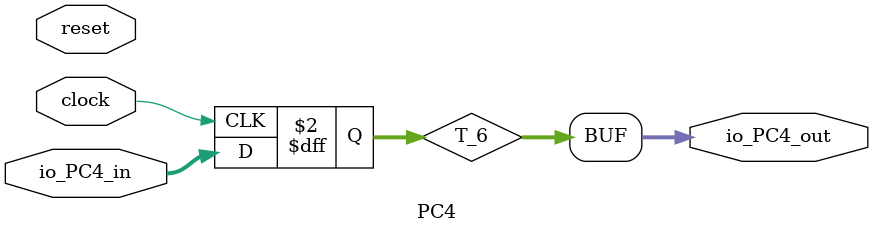
<source format=v>
`ifdef RANDOMIZE_GARBAGE_ASSIGN
`define RANDOMIZE
`endif
`ifdef RANDOMIZE_INVALID_ASSIGN
`define RANDOMIZE
`endif
`ifdef RANDOMIZE_REG_INIT
`define RANDOMIZE
`endif
`ifdef RANDOMIZE_MEM_INIT
`define RANDOMIZE
`endif

module PC4(
  input   clock,
  input   reset,
  input  [31:0] io_PC4_in,
  output [31:0] io_PC4_out
);
  reg [31:0] T_6;
  reg [31:0] GEN_0;
  assign io_PC4_out = T_6;
`ifdef RANDOMIZE
  integer initvar;
  initial begin
    `ifndef verilator
      #0.002 begin end
    `endif
  `ifdef RANDOMIZE_REG_INIT
  GEN_0 = {1{$random}};
  T_6 = GEN_0[31:0];
  `endif
  end
`endif
  always @(posedge clock) begin
    T_6 <= io_PC4_in;
  end
endmodule

</source>
